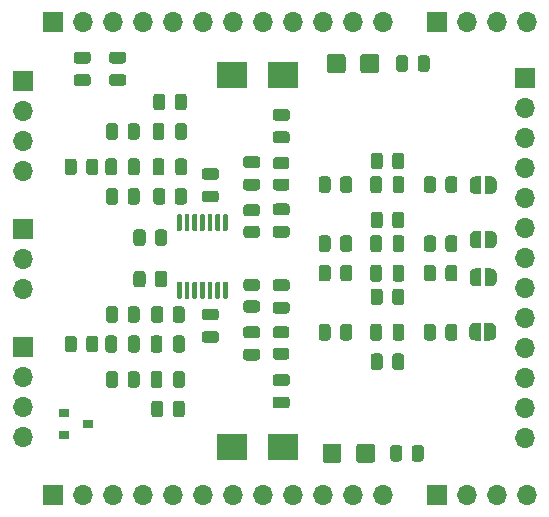
<source format=gbr>
%TF.GenerationSoftware,KiCad,Pcbnew,(5.1.9)-1*%
%TF.CreationDate,2021-10-14T16:08:06-04:00*%
%TF.ProjectId,ModularPreamp-ParallelInputs,4d6f6475-6c61-4725-9072-65616d702d50,rev?*%
%TF.SameCoordinates,Original*%
%TF.FileFunction,Soldermask,Top*%
%TF.FilePolarity,Negative*%
%FSLAX46Y46*%
G04 Gerber Fmt 4.6, Leading zero omitted, Abs format (unit mm)*
G04 Created by KiCad (PCBNEW (5.1.9)-1) date 2021-10-14 16:08:06*
%MOMM*%
%LPD*%
G01*
G04 APERTURE LIST*
%ADD10R,2.500000X2.300000*%
%ADD11O,1.700000X1.700000*%
%ADD12R,1.700000X1.700000*%
%ADD13R,0.900000X0.800000*%
%ADD14C,0.100000*%
G04 APERTURE END LIST*
%TO.C,R2*%
G36*
G01*
X135400000Y-111950002D02*
X135400000Y-111049998D01*
G75*
G02*
X135649998Y-110800000I249998J0D01*
G01*
X136175002Y-110800000D01*
G75*
G02*
X136425000Y-111049998I0J-249998D01*
G01*
X136425000Y-111950002D01*
G75*
G02*
X136175002Y-112200000I-249998J0D01*
G01*
X135649998Y-112200000D01*
G75*
G02*
X135400000Y-111950002I0J249998D01*
G01*
G37*
G36*
G01*
X133575000Y-111950002D02*
X133575000Y-111049998D01*
G75*
G02*
X133824998Y-110800000I249998J0D01*
G01*
X134350002Y-110800000D01*
G75*
G02*
X134600000Y-111049998I0J-249998D01*
G01*
X134600000Y-111950002D01*
G75*
G02*
X134350002Y-112200000I-249998J0D01*
G01*
X133824998Y-112200000D01*
G75*
G02*
X133575000Y-111950002I0J249998D01*
G01*
G37*
%TD*%
%TO.C,R1*%
G36*
G01*
X135900000Y-78950002D02*
X135900000Y-78049998D01*
G75*
G02*
X136149998Y-77800000I249998J0D01*
G01*
X136675002Y-77800000D01*
G75*
G02*
X136925000Y-78049998I0J-249998D01*
G01*
X136925000Y-78950002D01*
G75*
G02*
X136675002Y-79200000I-249998J0D01*
G01*
X136149998Y-79200000D01*
G75*
G02*
X135900000Y-78950002I0J249998D01*
G01*
G37*
G36*
G01*
X134075000Y-78950002D02*
X134075000Y-78049998D01*
G75*
G02*
X134324998Y-77800000I249998J0D01*
G01*
X134850002Y-77800000D01*
G75*
G02*
X135100000Y-78049998I0J-249998D01*
G01*
X135100000Y-78950002D01*
G75*
G02*
X134850002Y-79200000I-249998J0D01*
G01*
X134324998Y-79200000D01*
G75*
G02*
X134075000Y-78950002I0J249998D01*
G01*
G37*
%TD*%
%TO.C,D4*%
G36*
G01*
X130700000Y-112075000D02*
X130700000Y-110925000D01*
G75*
G02*
X130950000Y-110675000I250000J0D01*
G01*
X132050000Y-110675000D01*
G75*
G02*
X132300000Y-110925000I0J-250000D01*
G01*
X132300000Y-112075000D01*
G75*
G02*
X132050000Y-112325000I-250000J0D01*
G01*
X130950000Y-112325000D01*
G75*
G02*
X130700000Y-112075000I0J250000D01*
G01*
G37*
G36*
G01*
X127850000Y-112075000D02*
X127850000Y-110925000D01*
G75*
G02*
X128100000Y-110675000I250000J0D01*
G01*
X129200000Y-110675000D01*
G75*
G02*
X129450000Y-110925000I0J-250000D01*
G01*
X129450000Y-112075000D01*
G75*
G02*
X129200000Y-112325000I-250000J0D01*
G01*
X128100000Y-112325000D01*
G75*
G02*
X127850000Y-112075000I0J250000D01*
G01*
G37*
%TD*%
%TO.C,D3*%
G36*
G01*
X129800000Y-77925000D02*
X129800000Y-79075000D01*
G75*
G02*
X129550000Y-79325000I-250000J0D01*
G01*
X128450000Y-79325000D01*
G75*
G02*
X128200000Y-79075000I0J250000D01*
G01*
X128200000Y-77925000D01*
G75*
G02*
X128450000Y-77675000I250000J0D01*
G01*
X129550000Y-77675000D01*
G75*
G02*
X129800000Y-77925000I0J-250000D01*
G01*
G37*
G36*
G01*
X132650000Y-77925000D02*
X132650000Y-79075000D01*
G75*
G02*
X132400000Y-79325000I-250000J0D01*
G01*
X131300000Y-79325000D01*
G75*
G02*
X131050000Y-79075000I0J250000D01*
G01*
X131050000Y-77925000D01*
G75*
G02*
X131300000Y-77675000I250000J0D01*
G01*
X132400000Y-77675000D01*
G75*
G02*
X132650000Y-77925000I0J-250000D01*
G01*
G37*
%TD*%
D10*
%TO.C,D2*%
X124500000Y-111000000D03*
X120200000Y-111000000D03*
%TD*%
%TO.C,D1*%
X124500000Y-79500000D03*
X120200000Y-79500000D03*
%TD*%
%TO.C,C23*%
G36*
G01*
X110975000Y-78500000D02*
X110025000Y-78500000D01*
G75*
G02*
X109775000Y-78250000I0J250000D01*
G01*
X109775000Y-77750000D01*
G75*
G02*
X110025000Y-77500000I250000J0D01*
G01*
X110975000Y-77500000D01*
G75*
G02*
X111225000Y-77750000I0J-250000D01*
G01*
X111225000Y-78250000D01*
G75*
G02*
X110975000Y-78500000I-250000J0D01*
G01*
G37*
G36*
G01*
X110975000Y-80400000D02*
X110025000Y-80400000D01*
G75*
G02*
X109775000Y-80150000I0J250000D01*
G01*
X109775000Y-79650000D01*
G75*
G02*
X110025000Y-79400000I250000J0D01*
G01*
X110975000Y-79400000D01*
G75*
G02*
X111225000Y-79650000I0J-250000D01*
G01*
X111225000Y-80150000D01*
G75*
G02*
X110975000Y-80400000I-250000J0D01*
G01*
G37*
%TD*%
%TO.C,C22*%
G36*
G01*
X107975000Y-78500000D02*
X107025000Y-78500000D01*
G75*
G02*
X106775000Y-78250000I0J250000D01*
G01*
X106775000Y-77750000D01*
G75*
G02*
X107025000Y-77500000I250000J0D01*
G01*
X107975000Y-77500000D01*
G75*
G02*
X108225000Y-77750000I0J-250000D01*
G01*
X108225000Y-78250000D01*
G75*
G02*
X107975000Y-78500000I-250000J0D01*
G01*
G37*
G36*
G01*
X107975000Y-80400000D02*
X107025000Y-80400000D01*
G75*
G02*
X106775000Y-80150000I0J250000D01*
G01*
X106775000Y-79650000D01*
G75*
G02*
X107025000Y-79400000I250000J0D01*
G01*
X107975000Y-79400000D01*
G75*
G02*
X108225000Y-79650000I0J-250000D01*
G01*
X108225000Y-80150000D01*
G75*
G02*
X107975000Y-80400000I-250000J0D01*
G01*
G37*
%TD*%
D11*
%TO.C,J5*%
X102500000Y-97580000D03*
X102500000Y-95040000D03*
D12*
X102500000Y-92500000D03*
%TD*%
D13*
%TO.C,D11*%
X108000000Y-109000000D03*
X106000000Y-109950000D03*
X106000000Y-108050000D03*
%TD*%
D14*
%TO.C,JP7*%
G36*
X142100000Y-92650602D02*
G01*
X142124534Y-92650602D01*
X142173365Y-92655412D01*
X142221490Y-92664984D01*
X142268445Y-92679228D01*
X142313778Y-92698005D01*
X142357051Y-92721136D01*
X142397850Y-92748396D01*
X142435779Y-92779524D01*
X142470476Y-92814221D01*
X142501604Y-92852150D01*
X142528864Y-92892949D01*
X142551995Y-92936222D01*
X142570772Y-92981555D01*
X142585016Y-93028510D01*
X142594588Y-93076635D01*
X142599398Y-93125466D01*
X142599398Y-93150000D01*
X142600000Y-93150000D01*
X142600000Y-93650000D01*
X142599398Y-93650000D01*
X142599398Y-93674534D01*
X142594588Y-93723365D01*
X142585016Y-93771490D01*
X142570772Y-93818445D01*
X142551995Y-93863778D01*
X142528864Y-93907051D01*
X142501604Y-93947850D01*
X142470476Y-93985779D01*
X142435779Y-94020476D01*
X142397850Y-94051604D01*
X142357051Y-94078864D01*
X142313778Y-94101995D01*
X142268445Y-94120772D01*
X142221490Y-94135016D01*
X142173365Y-94144588D01*
X142124534Y-94149398D01*
X142100000Y-94149398D01*
X142100000Y-94150000D01*
X141600000Y-94150000D01*
X141600000Y-92650000D01*
X142100000Y-92650000D01*
X142100000Y-92650602D01*
G37*
G36*
X141300000Y-94150000D02*
G01*
X140800000Y-94150000D01*
X140800000Y-94149398D01*
X140775466Y-94149398D01*
X140726635Y-94144588D01*
X140678510Y-94135016D01*
X140631555Y-94120772D01*
X140586222Y-94101995D01*
X140542949Y-94078864D01*
X140502150Y-94051604D01*
X140464221Y-94020476D01*
X140429524Y-93985779D01*
X140398396Y-93947850D01*
X140371136Y-93907051D01*
X140348005Y-93863778D01*
X140329228Y-93818445D01*
X140314984Y-93771490D01*
X140305412Y-93723365D01*
X140300602Y-93674534D01*
X140300602Y-93650000D01*
X140300000Y-93650000D01*
X140300000Y-93150000D01*
X140300602Y-93150000D01*
X140300602Y-93125466D01*
X140305412Y-93076635D01*
X140314984Y-93028510D01*
X140329228Y-92981555D01*
X140348005Y-92936222D01*
X140371136Y-92892949D01*
X140398396Y-92852150D01*
X140429524Y-92814221D01*
X140464221Y-92779524D01*
X140502150Y-92748396D01*
X140542949Y-92721136D01*
X140586222Y-92698005D01*
X140631555Y-92679228D01*
X140678510Y-92664984D01*
X140726635Y-92655412D01*
X140775466Y-92650602D01*
X140800000Y-92650602D01*
X140800000Y-92650000D01*
X141300000Y-92650000D01*
X141300000Y-94150000D01*
G37*
%TD*%
%TO.C,JP5*%
G36*
X142050000Y-100450602D02*
G01*
X142074534Y-100450602D01*
X142123365Y-100455412D01*
X142171490Y-100464984D01*
X142218445Y-100479228D01*
X142263778Y-100498005D01*
X142307051Y-100521136D01*
X142347850Y-100548396D01*
X142385779Y-100579524D01*
X142420476Y-100614221D01*
X142451604Y-100652150D01*
X142478864Y-100692949D01*
X142501995Y-100736222D01*
X142520772Y-100781555D01*
X142535016Y-100828510D01*
X142544588Y-100876635D01*
X142549398Y-100925466D01*
X142549398Y-100950000D01*
X142550000Y-100950000D01*
X142550000Y-101450000D01*
X142549398Y-101450000D01*
X142549398Y-101474534D01*
X142544588Y-101523365D01*
X142535016Y-101571490D01*
X142520772Y-101618445D01*
X142501995Y-101663778D01*
X142478864Y-101707051D01*
X142451604Y-101747850D01*
X142420476Y-101785779D01*
X142385779Y-101820476D01*
X142347850Y-101851604D01*
X142307051Y-101878864D01*
X142263778Y-101901995D01*
X142218445Y-101920772D01*
X142171490Y-101935016D01*
X142123365Y-101944588D01*
X142074534Y-101949398D01*
X142050000Y-101949398D01*
X142050000Y-101950000D01*
X141550000Y-101950000D01*
X141550000Y-100450000D01*
X142050000Y-100450000D01*
X142050000Y-100450602D01*
G37*
G36*
X141250000Y-101950000D02*
G01*
X140750000Y-101950000D01*
X140750000Y-101949398D01*
X140725466Y-101949398D01*
X140676635Y-101944588D01*
X140628510Y-101935016D01*
X140581555Y-101920772D01*
X140536222Y-101901995D01*
X140492949Y-101878864D01*
X140452150Y-101851604D01*
X140414221Y-101820476D01*
X140379524Y-101785779D01*
X140348396Y-101747850D01*
X140321136Y-101707051D01*
X140298005Y-101663778D01*
X140279228Y-101618445D01*
X140264984Y-101571490D01*
X140255412Y-101523365D01*
X140250602Y-101474534D01*
X140250602Y-101450000D01*
X140250000Y-101450000D01*
X140250000Y-100950000D01*
X140250602Y-100950000D01*
X140250602Y-100925466D01*
X140255412Y-100876635D01*
X140264984Y-100828510D01*
X140279228Y-100781555D01*
X140298005Y-100736222D01*
X140321136Y-100692949D01*
X140348396Y-100652150D01*
X140379524Y-100614221D01*
X140414221Y-100579524D01*
X140452150Y-100548396D01*
X140492949Y-100521136D01*
X140536222Y-100498005D01*
X140581555Y-100479228D01*
X140628510Y-100464984D01*
X140676635Y-100455412D01*
X140725466Y-100450602D01*
X140750000Y-100450602D01*
X140750000Y-100450000D01*
X141250000Y-100450000D01*
X141250000Y-101950000D01*
G37*
%TD*%
%TO.C,JP4*%
G36*
X142100000Y-95850602D02*
G01*
X142124534Y-95850602D01*
X142173365Y-95855412D01*
X142221490Y-95864984D01*
X142268445Y-95879228D01*
X142313778Y-95898005D01*
X142357051Y-95921136D01*
X142397850Y-95948396D01*
X142435779Y-95979524D01*
X142470476Y-96014221D01*
X142501604Y-96052150D01*
X142528864Y-96092949D01*
X142551995Y-96136222D01*
X142570772Y-96181555D01*
X142585016Y-96228510D01*
X142594588Y-96276635D01*
X142599398Y-96325466D01*
X142599398Y-96350000D01*
X142600000Y-96350000D01*
X142600000Y-96850000D01*
X142599398Y-96850000D01*
X142599398Y-96874534D01*
X142594588Y-96923365D01*
X142585016Y-96971490D01*
X142570772Y-97018445D01*
X142551995Y-97063778D01*
X142528864Y-97107051D01*
X142501604Y-97147850D01*
X142470476Y-97185779D01*
X142435779Y-97220476D01*
X142397850Y-97251604D01*
X142357051Y-97278864D01*
X142313778Y-97301995D01*
X142268445Y-97320772D01*
X142221490Y-97335016D01*
X142173365Y-97344588D01*
X142124534Y-97349398D01*
X142100000Y-97349398D01*
X142100000Y-97350000D01*
X141600000Y-97350000D01*
X141600000Y-95850000D01*
X142100000Y-95850000D01*
X142100000Y-95850602D01*
G37*
G36*
X141300000Y-97350000D02*
G01*
X140800000Y-97350000D01*
X140800000Y-97349398D01*
X140775466Y-97349398D01*
X140726635Y-97344588D01*
X140678510Y-97335016D01*
X140631555Y-97320772D01*
X140586222Y-97301995D01*
X140542949Y-97278864D01*
X140502150Y-97251604D01*
X140464221Y-97220476D01*
X140429524Y-97185779D01*
X140398396Y-97147850D01*
X140371136Y-97107051D01*
X140348005Y-97063778D01*
X140329228Y-97018445D01*
X140314984Y-96971490D01*
X140305412Y-96923365D01*
X140300602Y-96874534D01*
X140300602Y-96850000D01*
X140300000Y-96850000D01*
X140300000Y-96350000D01*
X140300602Y-96350000D01*
X140300602Y-96325466D01*
X140305412Y-96276635D01*
X140314984Y-96228510D01*
X140329228Y-96181555D01*
X140348005Y-96136222D01*
X140371136Y-96092949D01*
X140398396Y-96052150D01*
X140429524Y-96014221D01*
X140464221Y-95979524D01*
X140502150Y-95948396D01*
X140542949Y-95921136D01*
X140586222Y-95898005D01*
X140631555Y-95879228D01*
X140678510Y-95864984D01*
X140726635Y-95855412D01*
X140775466Y-95850602D01*
X140800000Y-95850602D01*
X140800000Y-95850000D01*
X141300000Y-95850000D01*
X141300000Y-97350000D01*
G37*
%TD*%
%TO.C,JP3*%
G36*
X142100000Y-88050602D02*
G01*
X142124534Y-88050602D01*
X142173365Y-88055412D01*
X142221490Y-88064984D01*
X142268445Y-88079228D01*
X142313778Y-88098005D01*
X142357051Y-88121136D01*
X142397850Y-88148396D01*
X142435779Y-88179524D01*
X142470476Y-88214221D01*
X142501604Y-88252150D01*
X142528864Y-88292949D01*
X142551995Y-88336222D01*
X142570772Y-88381555D01*
X142585016Y-88428510D01*
X142594588Y-88476635D01*
X142599398Y-88525466D01*
X142599398Y-88550000D01*
X142600000Y-88550000D01*
X142600000Y-89050000D01*
X142599398Y-89050000D01*
X142599398Y-89074534D01*
X142594588Y-89123365D01*
X142585016Y-89171490D01*
X142570772Y-89218445D01*
X142551995Y-89263778D01*
X142528864Y-89307051D01*
X142501604Y-89347850D01*
X142470476Y-89385779D01*
X142435779Y-89420476D01*
X142397850Y-89451604D01*
X142357051Y-89478864D01*
X142313778Y-89501995D01*
X142268445Y-89520772D01*
X142221490Y-89535016D01*
X142173365Y-89544588D01*
X142124534Y-89549398D01*
X142100000Y-89549398D01*
X142100000Y-89550000D01*
X141600000Y-89550000D01*
X141600000Y-88050000D01*
X142100000Y-88050000D01*
X142100000Y-88050602D01*
G37*
G36*
X141300000Y-89550000D02*
G01*
X140800000Y-89550000D01*
X140800000Y-89549398D01*
X140775466Y-89549398D01*
X140726635Y-89544588D01*
X140678510Y-89535016D01*
X140631555Y-89520772D01*
X140586222Y-89501995D01*
X140542949Y-89478864D01*
X140502150Y-89451604D01*
X140464221Y-89420476D01*
X140429524Y-89385779D01*
X140398396Y-89347850D01*
X140371136Y-89307051D01*
X140348005Y-89263778D01*
X140329228Y-89218445D01*
X140314984Y-89171490D01*
X140305412Y-89123365D01*
X140300602Y-89074534D01*
X140300602Y-89050000D01*
X140300000Y-89050000D01*
X140300000Y-88550000D01*
X140300602Y-88550000D01*
X140300602Y-88525466D01*
X140305412Y-88476635D01*
X140314984Y-88428510D01*
X140329228Y-88381555D01*
X140348005Y-88336222D01*
X140371136Y-88292949D01*
X140398396Y-88252150D01*
X140429524Y-88214221D01*
X140464221Y-88179524D01*
X140502150Y-88148396D01*
X140542949Y-88121136D01*
X140586222Y-88098005D01*
X140631555Y-88079228D01*
X140678510Y-88064984D01*
X140726635Y-88055412D01*
X140775466Y-88050602D01*
X140800000Y-88050602D01*
X140800000Y-88050000D01*
X141300000Y-88050000D01*
X141300000Y-89550000D01*
G37*
%TD*%
D11*
%TO.C,J13*%
X102500000Y-87620000D03*
X102500000Y-85080000D03*
X102500000Y-82540000D03*
D12*
X102500000Y-80000000D03*
%TD*%
D11*
%TO.C,J12*%
X102500000Y-110120000D03*
X102500000Y-107580000D03*
X102500000Y-105040000D03*
D12*
X102500000Y-102500000D03*
%TD*%
D11*
%TO.C,J7*%
X145000000Y-110240000D03*
X145000000Y-107700000D03*
X145000000Y-105160000D03*
X145000000Y-102620000D03*
X145000000Y-100080000D03*
X145000000Y-97540000D03*
X145000000Y-95000000D03*
X145000000Y-92460000D03*
X145000000Y-89920000D03*
X145000000Y-87380000D03*
X145000000Y-84840000D03*
X145000000Y-82300000D03*
D12*
X145000000Y-79760000D03*
%TD*%
D11*
%TO.C,J11*%
X145120000Y-75000000D03*
X142580000Y-75000000D03*
X140040000Y-75000000D03*
D12*
X137500000Y-75000000D03*
%TD*%
D11*
%TO.C,J10*%
X145120000Y-115000000D03*
X142580000Y-115000000D03*
X140040000Y-115000000D03*
D12*
X137500000Y-115000000D03*
%TD*%
D11*
%TO.C,J8*%
X132940000Y-115000000D03*
X130400000Y-115000000D03*
X127860000Y-115000000D03*
X125320000Y-115000000D03*
X122780000Y-115000000D03*
X120240000Y-115000000D03*
X117700000Y-115000000D03*
X115160000Y-115000000D03*
X112620000Y-115000000D03*
X110080000Y-115000000D03*
X107540000Y-115000000D03*
D12*
X105000000Y-115000000D03*
%TD*%
D11*
%TO.C,J6*%
X132940000Y-75000000D03*
X130400000Y-75000000D03*
X127860000Y-75000000D03*
X125320000Y-75000000D03*
X122780000Y-75000000D03*
X120240000Y-75000000D03*
X117700000Y-75000000D03*
X115160000Y-75000000D03*
X112620000Y-75000000D03*
X110080000Y-75000000D03*
X107540000Y-75000000D03*
D12*
X105000000Y-75000000D03*
%TD*%
%TO.C,C8*%
G36*
G01*
X114292500Y-101775000D02*
X114292500Y-102725000D01*
G75*
G02*
X114042500Y-102975000I-250000J0D01*
G01*
X113542500Y-102975000D01*
G75*
G02*
X113292500Y-102725000I0J250000D01*
G01*
X113292500Y-101775000D01*
G75*
G02*
X113542500Y-101525000I250000J0D01*
G01*
X114042500Y-101525000D01*
G75*
G02*
X114292500Y-101775000I0J-250000D01*
G01*
G37*
G36*
G01*
X116192500Y-101775000D02*
X116192500Y-102725000D01*
G75*
G02*
X115942500Y-102975000I-250000J0D01*
G01*
X115442500Y-102975000D01*
G75*
G02*
X115192500Y-102725000I0J250000D01*
G01*
X115192500Y-101775000D01*
G75*
G02*
X115442500Y-101525000I250000J0D01*
G01*
X115942500Y-101525000D01*
G75*
G02*
X116192500Y-101775000I0J-250000D01*
G01*
G37*
%TD*%
%TO.C,C4*%
G36*
G01*
X123875000Y-92250000D02*
X124825000Y-92250000D01*
G75*
G02*
X125075000Y-92500000I0J-250000D01*
G01*
X125075000Y-93000000D01*
G75*
G02*
X124825000Y-93250000I-250000J0D01*
G01*
X123875000Y-93250000D01*
G75*
G02*
X123625000Y-93000000I0J250000D01*
G01*
X123625000Y-92500000D01*
G75*
G02*
X123875000Y-92250000I250000J0D01*
G01*
G37*
G36*
G01*
X123875000Y-90350000D02*
X124825000Y-90350000D01*
G75*
G02*
X125075000Y-90600000I0J-250000D01*
G01*
X125075000Y-91100000D01*
G75*
G02*
X124825000Y-91350000I-250000J0D01*
G01*
X123875000Y-91350000D01*
G75*
G02*
X123625000Y-91100000I0J250000D01*
G01*
X123625000Y-90600000D01*
G75*
G02*
X123875000Y-90350000I250000J0D01*
G01*
G37*
%TD*%
%TO.C,C20*%
G36*
G01*
X132875000Y-88275000D02*
X132875000Y-89225000D01*
G75*
G02*
X132625000Y-89475000I-250000J0D01*
G01*
X132125000Y-89475000D01*
G75*
G02*
X131875000Y-89225000I0J250000D01*
G01*
X131875000Y-88275000D01*
G75*
G02*
X132125000Y-88025000I250000J0D01*
G01*
X132625000Y-88025000D01*
G75*
G02*
X132875000Y-88275000I0J-250000D01*
G01*
G37*
G36*
G01*
X134775000Y-88275000D02*
X134775000Y-89225000D01*
G75*
G02*
X134525000Y-89475000I-250000J0D01*
G01*
X134025000Y-89475000D01*
G75*
G02*
X133775000Y-89225000I0J250000D01*
G01*
X133775000Y-88275000D01*
G75*
G02*
X134025000Y-88025000I250000J0D01*
G01*
X134525000Y-88025000D01*
G75*
G02*
X134775000Y-88275000I0J-250000D01*
G01*
G37*
%TD*%
%TO.C,C19*%
G36*
G01*
X132875000Y-100775000D02*
X132875000Y-101725000D01*
G75*
G02*
X132625000Y-101975000I-250000J0D01*
G01*
X132125000Y-101975000D01*
G75*
G02*
X131875000Y-101725000I0J250000D01*
G01*
X131875000Y-100775000D01*
G75*
G02*
X132125000Y-100525000I250000J0D01*
G01*
X132625000Y-100525000D01*
G75*
G02*
X132875000Y-100775000I0J-250000D01*
G01*
G37*
G36*
G01*
X134775000Y-100775000D02*
X134775000Y-101725000D01*
G75*
G02*
X134525000Y-101975000I-250000J0D01*
G01*
X134025000Y-101975000D01*
G75*
G02*
X133775000Y-101725000I0J250000D01*
G01*
X133775000Y-100775000D01*
G75*
G02*
X134025000Y-100525000I250000J0D01*
G01*
X134525000Y-100525000D01*
G75*
G02*
X134775000Y-100775000I0J-250000D01*
G01*
G37*
%TD*%
%TO.C,C18*%
G36*
G01*
X132875000Y-95775000D02*
X132875000Y-96725000D01*
G75*
G02*
X132625000Y-96975000I-250000J0D01*
G01*
X132125000Y-96975000D01*
G75*
G02*
X131875000Y-96725000I0J250000D01*
G01*
X131875000Y-95775000D01*
G75*
G02*
X132125000Y-95525000I250000J0D01*
G01*
X132625000Y-95525000D01*
G75*
G02*
X132875000Y-95775000I0J-250000D01*
G01*
G37*
G36*
G01*
X134775000Y-95775000D02*
X134775000Y-96725000D01*
G75*
G02*
X134525000Y-96975000I-250000J0D01*
G01*
X134025000Y-96975000D01*
G75*
G02*
X133775000Y-96725000I0J250000D01*
G01*
X133775000Y-95775000D01*
G75*
G02*
X134025000Y-95525000I250000J0D01*
G01*
X134525000Y-95525000D01*
G75*
G02*
X134775000Y-95775000I0J-250000D01*
G01*
G37*
%TD*%
%TO.C,C17*%
G36*
G01*
X132875000Y-93275000D02*
X132875000Y-94225000D01*
G75*
G02*
X132625000Y-94475000I-250000J0D01*
G01*
X132125000Y-94475000D01*
G75*
G02*
X131875000Y-94225000I0J250000D01*
G01*
X131875000Y-93275000D01*
G75*
G02*
X132125000Y-93025000I250000J0D01*
G01*
X132625000Y-93025000D01*
G75*
G02*
X132875000Y-93275000I0J-250000D01*
G01*
G37*
G36*
G01*
X134775000Y-93275000D02*
X134775000Y-94225000D01*
G75*
G02*
X134525000Y-94475000I-250000J0D01*
G01*
X134025000Y-94475000D01*
G75*
G02*
X133775000Y-94225000I0J250000D01*
G01*
X133775000Y-93275000D01*
G75*
G02*
X134025000Y-93025000I250000J0D01*
G01*
X134525000Y-93025000D01*
G75*
G02*
X134775000Y-93275000I0J-250000D01*
G01*
G37*
%TD*%
%TO.C,C16*%
G36*
G01*
X118825000Y-100250000D02*
X117875000Y-100250000D01*
G75*
G02*
X117625000Y-100000000I0J250000D01*
G01*
X117625000Y-99500000D01*
G75*
G02*
X117875000Y-99250000I250000J0D01*
G01*
X118825000Y-99250000D01*
G75*
G02*
X119075000Y-99500000I0J-250000D01*
G01*
X119075000Y-100000000D01*
G75*
G02*
X118825000Y-100250000I-250000J0D01*
G01*
G37*
G36*
G01*
X118825000Y-102150000D02*
X117875000Y-102150000D01*
G75*
G02*
X117625000Y-101900000I0J250000D01*
G01*
X117625000Y-101400000D01*
G75*
G02*
X117875000Y-101150000I250000J0D01*
G01*
X118825000Y-101150000D01*
G75*
G02*
X119075000Y-101400000I0J-250000D01*
G01*
X119075000Y-101900000D01*
G75*
G02*
X118825000Y-102150000I-250000J0D01*
G01*
G37*
%TD*%
%TO.C,C15*%
G36*
G01*
X117875000Y-89250000D02*
X118825000Y-89250000D01*
G75*
G02*
X119075000Y-89500000I0J-250000D01*
G01*
X119075000Y-90000000D01*
G75*
G02*
X118825000Y-90250000I-250000J0D01*
G01*
X117875000Y-90250000D01*
G75*
G02*
X117625000Y-90000000I0J250000D01*
G01*
X117625000Y-89500000D01*
G75*
G02*
X117875000Y-89250000I250000J0D01*
G01*
G37*
G36*
G01*
X117875000Y-87350000D02*
X118825000Y-87350000D01*
G75*
G02*
X119075000Y-87600000I0J-250000D01*
G01*
X119075000Y-88100000D01*
G75*
G02*
X118825000Y-88350000I-250000J0D01*
G01*
X117875000Y-88350000D01*
G75*
G02*
X117625000Y-88100000I0J250000D01*
G01*
X117625000Y-87600000D01*
G75*
G02*
X117875000Y-87350000I250000J0D01*
G01*
G37*
%TD*%
%TO.C,C14*%
G36*
G01*
X122325000Y-101750000D02*
X121375000Y-101750000D01*
G75*
G02*
X121125000Y-101500000I0J250000D01*
G01*
X121125000Y-101000000D01*
G75*
G02*
X121375000Y-100750000I250000J0D01*
G01*
X122325000Y-100750000D01*
G75*
G02*
X122575000Y-101000000I0J-250000D01*
G01*
X122575000Y-101500000D01*
G75*
G02*
X122325000Y-101750000I-250000J0D01*
G01*
G37*
G36*
G01*
X122325000Y-103650000D02*
X121375000Y-103650000D01*
G75*
G02*
X121125000Y-103400000I0J250000D01*
G01*
X121125000Y-102900000D01*
G75*
G02*
X121375000Y-102650000I250000J0D01*
G01*
X122325000Y-102650000D01*
G75*
G02*
X122575000Y-102900000I0J-250000D01*
G01*
X122575000Y-103400000D01*
G75*
G02*
X122325000Y-103650000I-250000J0D01*
G01*
G37*
%TD*%
%TO.C,C13*%
G36*
G01*
X121375000Y-88250000D02*
X122325000Y-88250000D01*
G75*
G02*
X122575000Y-88500000I0J-250000D01*
G01*
X122575000Y-89000000D01*
G75*
G02*
X122325000Y-89250000I-250000J0D01*
G01*
X121375000Y-89250000D01*
G75*
G02*
X121125000Y-89000000I0J250000D01*
G01*
X121125000Y-88500000D01*
G75*
G02*
X121375000Y-88250000I250000J0D01*
G01*
G37*
G36*
G01*
X121375000Y-86350000D02*
X122325000Y-86350000D01*
G75*
G02*
X122575000Y-86600000I0J-250000D01*
G01*
X122575000Y-87100000D01*
G75*
G02*
X122325000Y-87350000I-250000J0D01*
G01*
X121375000Y-87350000D01*
G75*
G02*
X121125000Y-87100000I0J250000D01*
G01*
X121125000Y-86600000D01*
G75*
G02*
X121375000Y-86350000I250000J0D01*
G01*
G37*
%TD*%
%TO.C,C12*%
G36*
G01*
X124825000Y-105800000D02*
X123875000Y-105800000D01*
G75*
G02*
X123625000Y-105550000I0J250000D01*
G01*
X123625000Y-105050000D01*
G75*
G02*
X123875000Y-104800000I250000J0D01*
G01*
X124825000Y-104800000D01*
G75*
G02*
X125075000Y-105050000I0J-250000D01*
G01*
X125075000Y-105550000D01*
G75*
G02*
X124825000Y-105800000I-250000J0D01*
G01*
G37*
G36*
G01*
X124825000Y-107700000D02*
X123875000Y-107700000D01*
G75*
G02*
X123625000Y-107450000I0J250000D01*
G01*
X123625000Y-106950000D01*
G75*
G02*
X123875000Y-106700000I250000J0D01*
G01*
X124825000Y-106700000D01*
G75*
G02*
X125075000Y-106950000I0J-250000D01*
G01*
X125075000Y-107450000D01*
G75*
G02*
X124825000Y-107700000I-250000J0D01*
G01*
G37*
%TD*%
%TO.C,C11*%
G36*
G01*
X123875000Y-84250000D02*
X124825000Y-84250000D01*
G75*
G02*
X125075000Y-84500000I0J-250000D01*
G01*
X125075000Y-85000000D01*
G75*
G02*
X124825000Y-85250000I-250000J0D01*
G01*
X123875000Y-85250000D01*
G75*
G02*
X123625000Y-85000000I0J250000D01*
G01*
X123625000Y-84500000D01*
G75*
G02*
X123875000Y-84250000I250000J0D01*
G01*
G37*
G36*
G01*
X123875000Y-82350000D02*
X124825000Y-82350000D01*
G75*
G02*
X125075000Y-82600000I0J-250000D01*
G01*
X125075000Y-83100000D01*
G75*
G02*
X124825000Y-83350000I-250000J0D01*
G01*
X123875000Y-83350000D01*
G75*
G02*
X123625000Y-83100000I0J250000D01*
G01*
X123625000Y-82600000D01*
G75*
G02*
X123875000Y-82350000I250000J0D01*
G01*
G37*
%TD*%
%TO.C,C10*%
G36*
G01*
X114467500Y-86775000D02*
X114467500Y-87725000D01*
G75*
G02*
X114217500Y-87975000I-250000J0D01*
G01*
X113717500Y-87975000D01*
G75*
G02*
X113467500Y-87725000I0J250000D01*
G01*
X113467500Y-86775000D01*
G75*
G02*
X113717500Y-86525000I250000J0D01*
G01*
X114217500Y-86525000D01*
G75*
G02*
X114467500Y-86775000I0J-250000D01*
G01*
G37*
G36*
G01*
X116367500Y-86775000D02*
X116367500Y-87725000D01*
G75*
G02*
X116117500Y-87975000I-250000J0D01*
G01*
X115617500Y-87975000D01*
G75*
G02*
X115367500Y-87725000I0J250000D01*
G01*
X115367500Y-86775000D01*
G75*
G02*
X115617500Y-86525000I250000J0D01*
G01*
X116117500Y-86525000D01*
G75*
G02*
X116367500Y-86775000I0J-250000D01*
G01*
G37*
%TD*%
%TO.C,C9*%
G36*
G01*
X110467500Y-86775000D02*
X110467500Y-87725000D01*
G75*
G02*
X110217500Y-87975000I-250000J0D01*
G01*
X109717500Y-87975000D01*
G75*
G02*
X109467500Y-87725000I0J250000D01*
G01*
X109467500Y-86775000D01*
G75*
G02*
X109717500Y-86525000I250000J0D01*
G01*
X110217500Y-86525000D01*
G75*
G02*
X110467500Y-86775000I0J-250000D01*
G01*
G37*
G36*
G01*
X112367500Y-86775000D02*
X112367500Y-87725000D01*
G75*
G02*
X112117500Y-87975000I-250000J0D01*
G01*
X111617500Y-87975000D01*
G75*
G02*
X111367500Y-87725000I0J250000D01*
G01*
X111367500Y-86775000D01*
G75*
G02*
X111617500Y-86525000I250000J0D01*
G01*
X112117500Y-86525000D01*
G75*
G02*
X112367500Y-86775000I0J-250000D01*
G01*
G37*
%TD*%
%TO.C,C7*%
G36*
G01*
X110467500Y-101775000D02*
X110467500Y-102725000D01*
G75*
G02*
X110217500Y-102975000I-250000J0D01*
G01*
X109717500Y-102975000D01*
G75*
G02*
X109467500Y-102725000I0J250000D01*
G01*
X109467500Y-101775000D01*
G75*
G02*
X109717500Y-101525000I250000J0D01*
G01*
X110217500Y-101525000D01*
G75*
G02*
X110467500Y-101775000I0J-250000D01*
G01*
G37*
G36*
G01*
X112367500Y-101775000D02*
X112367500Y-102725000D01*
G75*
G02*
X112117500Y-102975000I-250000J0D01*
G01*
X111617500Y-102975000D01*
G75*
G02*
X111367500Y-102725000I0J250000D01*
G01*
X111367500Y-101775000D01*
G75*
G02*
X111617500Y-101525000I250000J0D01*
G01*
X112117500Y-101525000D01*
G75*
G02*
X112367500Y-101775000I0J-250000D01*
G01*
G37*
%TD*%
%TO.C,C6*%
G36*
G01*
X124825000Y-97775000D02*
X123875000Y-97775000D01*
G75*
G02*
X123625000Y-97525000I0J250000D01*
G01*
X123625000Y-97025000D01*
G75*
G02*
X123875000Y-96775000I250000J0D01*
G01*
X124825000Y-96775000D01*
G75*
G02*
X125075000Y-97025000I0J-250000D01*
G01*
X125075000Y-97525000D01*
G75*
G02*
X124825000Y-97775000I-250000J0D01*
G01*
G37*
G36*
G01*
X124825000Y-99675000D02*
X123875000Y-99675000D01*
G75*
G02*
X123625000Y-99425000I0J250000D01*
G01*
X123625000Y-98925000D01*
G75*
G02*
X123875000Y-98675000I250000J0D01*
G01*
X124825000Y-98675000D01*
G75*
G02*
X125075000Y-98925000I0J-250000D01*
G01*
X125075000Y-99425000D01*
G75*
G02*
X124825000Y-99675000I-250000J0D01*
G01*
G37*
%TD*%
%TO.C,C5*%
G36*
G01*
X114292500Y-104775000D02*
X114292500Y-105725000D01*
G75*
G02*
X114042500Y-105975000I-250000J0D01*
G01*
X113542500Y-105975000D01*
G75*
G02*
X113292500Y-105725000I0J250000D01*
G01*
X113292500Y-104775000D01*
G75*
G02*
X113542500Y-104525000I250000J0D01*
G01*
X114042500Y-104525000D01*
G75*
G02*
X114292500Y-104775000I0J-250000D01*
G01*
G37*
G36*
G01*
X116192500Y-104775000D02*
X116192500Y-105725000D01*
G75*
G02*
X115942500Y-105975000I-250000J0D01*
G01*
X115442500Y-105975000D01*
G75*
G02*
X115192500Y-105725000I0J250000D01*
G01*
X115192500Y-104775000D01*
G75*
G02*
X115442500Y-104525000I250000J0D01*
G01*
X115942500Y-104525000D01*
G75*
G02*
X116192500Y-104775000I0J-250000D01*
G01*
G37*
%TD*%
%TO.C,C3*%
G36*
G01*
X114467500Y-83775000D02*
X114467500Y-84725000D01*
G75*
G02*
X114217500Y-84975000I-250000J0D01*
G01*
X113717500Y-84975000D01*
G75*
G02*
X113467500Y-84725000I0J250000D01*
G01*
X113467500Y-83775000D01*
G75*
G02*
X113717500Y-83525000I250000J0D01*
G01*
X114217500Y-83525000D01*
G75*
G02*
X114467500Y-83775000I0J-250000D01*
G01*
G37*
G36*
G01*
X116367500Y-83775000D02*
X116367500Y-84725000D01*
G75*
G02*
X116117500Y-84975000I-250000J0D01*
G01*
X115617500Y-84975000D01*
G75*
G02*
X115367500Y-84725000I0J250000D01*
G01*
X115367500Y-83775000D01*
G75*
G02*
X115617500Y-83525000I250000J0D01*
G01*
X116117500Y-83525000D01*
G75*
G02*
X116367500Y-83775000I0J-250000D01*
G01*
G37*
%TD*%
%TO.C,R32*%
G36*
G01*
X137450000Y-88299998D02*
X137450000Y-89200002D01*
G75*
G02*
X137200002Y-89450000I-249998J0D01*
G01*
X136674998Y-89450000D01*
G75*
G02*
X136425000Y-89200002I0J249998D01*
G01*
X136425000Y-88299998D01*
G75*
G02*
X136674998Y-88050000I249998J0D01*
G01*
X137200002Y-88050000D01*
G75*
G02*
X137450000Y-88299998I0J-249998D01*
G01*
G37*
G36*
G01*
X139275000Y-88299998D02*
X139275000Y-89200002D01*
G75*
G02*
X139025002Y-89450000I-249998J0D01*
G01*
X138499998Y-89450000D01*
G75*
G02*
X138250000Y-89200002I0J249998D01*
G01*
X138250000Y-88299998D01*
G75*
G02*
X138499998Y-88050000I249998J0D01*
G01*
X139025002Y-88050000D01*
G75*
G02*
X139275000Y-88299998I0J-249998D01*
G01*
G37*
%TD*%
%TO.C,R31*%
G36*
G01*
X133745000Y-87200002D02*
X133745000Y-86299998D01*
G75*
G02*
X133994998Y-86050000I249998J0D01*
G01*
X134520002Y-86050000D01*
G75*
G02*
X134770000Y-86299998I0J-249998D01*
G01*
X134770000Y-87200002D01*
G75*
G02*
X134520002Y-87450000I-249998J0D01*
G01*
X133994998Y-87450000D01*
G75*
G02*
X133745000Y-87200002I0J249998D01*
G01*
G37*
G36*
G01*
X131920000Y-87200002D02*
X131920000Y-86299998D01*
G75*
G02*
X132169998Y-86050000I249998J0D01*
G01*
X132695002Y-86050000D01*
G75*
G02*
X132945000Y-86299998I0J-249998D01*
G01*
X132945000Y-87200002D01*
G75*
G02*
X132695002Y-87450000I-249998J0D01*
G01*
X132169998Y-87450000D01*
G75*
G02*
X131920000Y-87200002I0J249998D01*
G01*
G37*
%TD*%
%TO.C,R30*%
G36*
G01*
X128537500Y-88299998D02*
X128537500Y-89200002D01*
G75*
G02*
X128287502Y-89450000I-249998J0D01*
G01*
X127762498Y-89450000D01*
G75*
G02*
X127512500Y-89200002I0J249998D01*
G01*
X127512500Y-88299998D01*
G75*
G02*
X127762498Y-88050000I249998J0D01*
G01*
X128287502Y-88050000D01*
G75*
G02*
X128537500Y-88299998I0J-249998D01*
G01*
G37*
G36*
G01*
X130362500Y-88299998D02*
X130362500Y-89200002D01*
G75*
G02*
X130112502Y-89450000I-249998J0D01*
G01*
X129587498Y-89450000D01*
G75*
G02*
X129337500Y-89200002I0J249998D01*
G01*
X129337500Y-88299998D01*
G75*
G02*
X129587498Y-88050000I249998J0D01*
G01*
X130112502Y-88050000D01*
G75*
G02*
X130362500Y-88299998I0J-249998D01*
G01*
G37*
%TD*%
%TO.C,R29*%
G36*
G01*
X137450000Y-100799998D02*
X137450000Y-101700002D01*
G75*
G02*
X137200002Y-101950000I-249998J0D01*
G01*
X136674998Y-101950000D01*
G75*
G02*
X136425000Y-101700002I0J249998D01*
G01*
X136425000Y-100799998D01*
G75*
G02*
X136674998Y-100550000I249998J0D01*
G01*
X137200002Y-100550000D01*
G75*
G02*
X137450000Y-100799998I0J-249998D01*
G01*
G37*
G36*
G01*
X139275000Y-100799998D02*
X139275000Y-101700002D01*
G75*
G02*
X139025002Y-101950000I-249998J0D01*
G01*
X138499998Y-101950000D01*
G75*
G02*
X138250000Y-101700002I0J249998D01*
G01*
X138250000Y-100799998D01*
G75*
G02*
X138499998Y-100550000I249998J0D01*
G01*
X139025002Y-100550000D01*
G75*
G02*
X139275000Y-100799998I0J-249998D01*
G01*
G37*
%TD*%
%TO.C,R28*%
G36*
G01*
X133745000Y-104200002D02*
X133745000Y-103299998D01*
G75*
G02*
X133994998Y-103050000I249998J0D01*
G01*
X134520002Y-103050000D01*
G75*
G02*
X134770000Y-103299998I0J-249998D01*
G01*
X134770000Y-104200002D01*
G75*
G02*
X134520002Y-104450000I-249998J0D01*
G01*
X133994998Y-104450000D01*
G75*
G02*
X133745000Y-104200002I0J249998D01*
G01*
G37*
G36*
G01*
X131920000Y-104200002D02*
X131920000Y-103299998D01*
G75*
G02*
X132169998Y-103050000I249998J0D01*
G01*
X132695002Y-103050000D01*
G75*
G02*
X132945000Y-103299998I0J-249998D01*
G01*
X132945000Y-104200002D01*
G75*
G02*
X132695002Y-104450000I-249998J0D01*
G01*
X132169998Y-104450000D01*
G75*
G02*
X131920000Y-104200002I0J249998D01*
G01*
G37*
%TD*%
%TO.C,R27*%
G36*
G01*
X128537500Y-100799998D02*
X128537500Y-101700002D01*
G75*
G02*
X128287502Y-101950000I-249998J0D01*
G01*
X127762498Y-101950000D01*
G75*
G02*
X127512500Y-101700002I0J249998D01*
G01*
X127512500Y-100799998D01*
G75*
G02*
X127762498Y-100550000I249998J0D01*
G01*
X128287502Y-100550000D01*
G75*
G02*
X128537500Y-100799998I0J-249998D01*
G01*
G37*
G36*
G01*
X130362500Y-100799998D02*
X130362500Y-101700002D01*
G75*
G02*
X130112502Y-101950000I-249998J0D01*
G01*
X129587498Y-101950000D01*
G75*
G02*
X129337500Y-101700002I0J249998D01*
G01*
X129337500Y-100799998D01*
G75*
G02*
X129587498Y-100550000I249998J0D01*
G01*
X130112502Y-100550000D01*
G75*
G02*
X130362500Y-100799998I0J-249998D01*
G01*
G37*
%TD*%
%TO.C,R26*%
G36*
G01*
X137450000Y-95799998D02*
X137450000Y-96700002D01*
G75*
G02*
X137200002Y-96950000I-249998J0D01*
G01*
X136674998Y-96950000D01*
G75*
G02*
X136425000Y-96700002I0J249998D01*
G01*
X136425000Y-95799998D01*
G75*
G02*
X136674998Y-95550000I249998J0D01*
G01*
X137200002Y-95550000D01*
G75*
G02*
X137450000Y-95799998I0J-249998D01*
G01*
G37*
G36*
G01*
X139275000Y-95799998D02*
X139275000Y-96700002D01*
G75*
G02*
X139025002Y-96950000I-249998J0D01*
G01*
X138499998Y-96950000D01*
G75*
G02*
X138250000Y-96700002I0J249998D01*
G01*
X138250000Y-95799998D01*
G75*
G02*
X138499998Y-95550000I249998J0D01*
G01*
X139025002Y-95550000D01*
G75*
G02*
X139275000Y-95799998I0J-249998D01*
G01*
G37*
%TD*%
%TO.C,R25*%
G36*
G01*
X133745000Y-98700002D02*
X133745000Y-97799998D01*
G75*
G02*
X133994998Y-97550000I249998J0D01*
G01*
X134520002Y-97550000D01*
G75*
G02*
X134770000Y-97799998I0J-249998D01*
G01*
X134770000Y-98700002D01*
G75*
G02*
X134520002Y-98950000I-249998J0D01*
G01*
X133994998Y-98950000D01*
G75*
G02*
X133745000Y-98700002I0J249998D01*
G01*
G37*
G36*
G01*
X131920000Y-98700002D02*
X131920000Y-97799998D01*
G75*
G02*
X132169998Y-97550000I249998J0D01*
G01*
X132695002Y-97550000D01*
G75*
G02*
X132945000Y-97799998I0J-249998D01*
G01*
X132945000Y-98700002D01*
G75*
G02*
X132695002Y-98950000I-249998J0D01*
G01*
X132169998Y-98950000D01*
G75*
G02*
X131920000Y-98700002I0J249998D01*
G01*
G37*
%TD*%
%TO.C,R24*%
G36*
G01*
X128537500Y-95799998D02*
X128537500Y-96700002D01*
G75*
G02*
X128287502Y-96950000I-249998J0D01*
G01*
X127762498Y-96950000D01*
G75*
G02*
X127512500Y-96700002I0J249998D01*
G01*
X127512500Y-95799998D01*
G75*
G02*
X127762498Y-95550000I249998J0D01*
G01*
X128287502Y-95550000D01*
G75*
G02*
X128537500Y-95799998I0J-249998D01*
G01*
G37*
G36*
G01*
X130362500Y-95799998D02*
X130362500Y-96700002D01*
G75*
G02*
X130112502Y-96950000I-249998J0D01*
G01*
X129587498Y-96950000D01*
G75*
G02*
X129337500Y-96700002I0J249998D01*
G01*
X129337500Y-95799998D01*
G75*
G02*
X129587498Y-95550000I249998J0D01*
G01*
X130112502Y-95550000D01*
G75*
G02*
X130362500Y-95799998I0J-249998D01*
G01*
G37*
%TD*%
%TO.C,R23*%
G36*
G01*
X137450000Y-93299998D02*
X137450000Y-94200002D01*
G75*
G02*
X137200002Y-94450000I-249998J0D01*
G01*
X136674998Y-94450000D01*
G75*
G02*
X136425000Y-94200002I0J249998D01*
G01*
X136425000Y-93299998D01*
G75*
G02*
X136674998Y-93050000I249998J0D01*
G01*
X137200002Y-93050000D01*
G75*
G02*
X137450000Y-93299998I0J-249998D01*
G01*
G37*
G36*
G01*
X139275000Y-93299998D02*
X139275000Y-94200002D01*
G75*
G02*
X139025002Y-94450000I-249998J0D01*
G01*
X138499998Y-94450000D01*
G75*
G02*
X138250000Y-94200002I0J249998D01*
G01*
X138250000Y-93299998D01*
G75*
G02*
X138499998Y-93050000I249998J0D01*
G01*
X139025002Y-93050000D01*
G75*
G02*
X139275000Y-93299998I0J-249998D01*
G01*
G37*
%TD*%
%TO.C,R22*%
G36*
G01*
X133745000Y-92200002D02*
X133745000Y-91299998D01*
G75*
G02*
X133994998Y-91050000I249998J0D01*
G01*
X134520002Y-91050000D01*
G75*
G02*
X134770000Y-91299998I0J-249998D01*
G01*
X134770000Y-92200002D01*
G75*
G02*
X134520002Y-92450000I-249998J0D01*
G01*
X133994998Y-92450000D01*
G75*
G02*
X133745000Y-92200002I0J249998D01*
G01*
G37*
G36*
G01*
X131920000Y-92200002D02*
X131920000Y-91299998D01*
G75*
G02*
X132169998Y-91050000I249998J0D01*
G01*
X132695002Y-91050000D01*
G75*
G02*
X132945000Y-91299998I0J-249998D01*
G01*
X132945000Y-92200002D01*
G75*
G02*
X132695002Y-92450000I-249998J0D01*
G01*
X132169998Y-92450000D01*
G75*
G02*
X131920000Y-92200002I0J249998D01*
G01*
G37*
%TD*%
%TO.C,R21*%
G36*
G01*
X128537500Y-93299998D02*
X128537500Y-94200002D01*
G75*
G02*
X128287502Y-94450000I-249998J0D01*
G01*
X127762498Y-94450000D01*
G75*
G02*
X127512500Y-94200002I0J249998D01*
G01*
X127512500Y-93299998D01*
G75*
G02*
X127762498Y-93050000I249998J0D01*
G01*
X128287502Y-93050000D01*
G75*
G02*
X128537500Y-93299998I0J-249998D01*
G01*
G37*
G36*
G01*
X130362500Y-93299998D02*
X130362500Y-94200002D01*
G75*
G02*
X130112502Y-94450000I-249998J0D01*
G01*
X129587498Y-94450000D01*
G75*
G02*
X129337500Y-94200002I0J249998D01*
G01*
X129337500Y-93299998D01*
G75*
G02*
X129587498Y-93050000I249998J0D01*
G01*
X130112502Y-93050000D01*
G75*
G02*
X130362500Y-93299998I0J-249998D01*
G01*
G37*
%TD*%
%TO.C,R19*%
G36*
G01*
X114537500Y-89299998D02*
X114537500Y-90200002D01*
G75*
G02*
X114287502Y-90450000I-249998J0D01*
G01*
X113762498Y-90450000D01*
G75*
G02*
X113512500Y-90200002I0J249998D01*
G01*
X113512500Y-89299998D01*
G75*
G02*
X113762498Y-89050000I249998J0D01*
G01*
X114287502Y-89050000D01*
G75*
G02*
X114537500Y-89299998I0J-249998D01*
G01*
G37*
G36*
G01*
X116362500Y-89299998D02*
X116362500Y-90200002D01*
G75*
G02*
X116112502Y-90450000I-249998J0D01*
G01*
X115587498Y-90450000D01*
G75*
G02*
X115337500Y-90200002I0J249998D01*
G01*
X115337500Y-89299998D01*
G75*
G02*
X115587498Y-89050000I249998J0D01*
G01*
X116112502Y-89050000D01*
G75*
G02*
X116362500Y-89299998I0J-249998D01*
G01*
G37*
%TD*%
%TO.C,R20*%
G36*
G01*
X113662500Y-93700002D02*
X113662500Y-92799998D01*
G75*
G02*
X113912498Y-92550000I249998J0D01*
G01*
X114437502Y-92550000D01*
G75*
G02*
X114687500Y-92799998I0J-249998D01*
G01*
X114687500Y-93700002D01*
G75*
G02*
X114437502Y-93950000I-249998J0D01*
G01*
X113912498Y-93950000D01*
G75*
G02*
X113662500Y-93700002I0J249998D01*
G01*
G37*
G36*
G01*
X111837500Y-93700002D02*
X111837500Y-92799998D01*
G75*
G02*
X112087498Y-92550000I249998J0D01*
G01*
X112612502Y-92550000D01*
G75*
G02*
X112862500Y-92799998I0J-249998D01*
G01*
X112862500Y-93700002D01*
G75*
G02*
X112612502Y-93950000I-249998J0D01*
G01*
X112087498Y-93950000D01*
G75*
G02*
X111837500Y-93700002I0J249998D01*
G01*
G37*
%TD*%
%TO.C,R18*%
G36*
G01*
X111337500Y-90200002D02*
X111337500Y-89299998D01*
G75*
G02*
X111587498Y-89050000I249998J0D01*
G01*
X112112502Y-89050000D01*
G75*
G02*
X112362500Y-89299998I0J-249998D01*
G01*
X112362500Y-90200002D01*
G75*
G02*
X112112502Y-90450000I-249998J0D01*
G01*
X111587498Y-90450000D01*
G75*
G02*
X111337500Y-90200002I0J249998D01*
G01*
G37*
G36*
G01*
X109512500Y-90200002D02*
X109512500Y-89299998D01*
G75*
G02*
X109762498Y-89050000I249998J0D01*
G01*
X110287502Y-89050000D01*
G75*
G02*
X110537500Y-89299998I0J-249998D01*
G01*
X110537500Y-90200002D01*
G75*
G02*
X110287502Y-90450000I-249998J0D01*
G01*
X109762498Y-90450000D01*
G75*
G02*
X109512500Y-90200002I0J249998D01*
G01*
G37*
%TD*%
%TO.C,R17*%
G36*
G01*
X107037500Y-86799998D02*
X107037500Y-87700002D01*
G75*
G02*
X106787502Y-87950000I-249998J0D01*
G01*
X106262498Y-87950000D01*
G75*
G02*
X106012500Y-87700002I0J249998D01*
G01*
X106012500Y-86799998D01*
G75*
G02*
X106262498Y-86550000I249998J0D01*
G01*
X106787502Y-86550000D01*
G75*
G02*
X107037500Y-86799998I0J-249998D01*
G01*
G37*
G36*
G01*
X108862500Y-86799998D02*
X108862500Y-87700002D01*
G75*
G02*
X108612502Y-87950000I-249998J0D01*
G01*
X108087498Y-87950000D01*
G75*
G02*
X107837500Y-87700002I0J249998D01*
G01*
X107837500Y-86799998D01*
G75*
G02*
X108087498Y-86550000I249998J0D01*
G01*
X108612502Y-86550000D01*
G75*
G02*
X108862500Y-86799998I0J-249998D01*
G01*
G37*
%TD*%
%TO.C,R16*%
G36*
G01*
X113662500Y-97200002D02*
X113662500Y-96299998D01*
G75*
G02*
X113912498Y-96050000I249998J0D01*
G01*
X114437502Y-96050000D01*
G75*
G02*
X114687500Y-96299998I0J-249998D01*
G01*
X114687500Y-97200002D01*
G75*
G02*
X114437502Y-97450000I-249998J0D01*
G01*
X113912498Y-97450000D01*
G75*
G02*
X113662500Y-97200002I0J249998D01*
G01*
G37*
G36*
G01*
X111837500Y-97200002D02*
X111837500Y-96299998D01*
G75*
G02*
X112087498Y-96050000I249998J0D01*
G01*
X112612502Y-96050000D01*
G75*
G02*
X112862500Y-96299998I0J-249998D01*
G01*
X112862500Y-97200002D01*
G75*
G02*
X112612502Y-97450000I-249998J0D01*
G01*
X112087498Y-97450000D01*
G75*
G02*
X111837500Y-97200002I0J249998D01*
G01*
G37*
%TD*%
%TO.C,R15*%
G36*
G01*
X114362500Y-99299998D02*
X114362500Y-100200002D01*
G75*
G02*
X114112502Y-100450000I-249998J0D01*
G01*
X113587498Y-100450000D01*
G75*
G02*
X113337500Y-100200002I0J249998D01*
G01*
X113337500Y-99299998D01*
G75*
G02*
X113587498Y-99050000I249998J0D01*
G01*
X114112502Y-99050000D01*
G75*
G02*
X114362500Y-99299998I0J-249998D01*
G01*
G37*
G36*
G01*
X116187500Y-99299998D02*
X116187500Y-100200002D01*
G75*
G02*
X115937502Y-100450000I-249998J0D01*
G01*
X115412498Y-100450000D01*
G75*
G02*
X115162500Y-100200002I0J249998D01*
G01*
X115162500Y-99299998D01*
G75*
G02*
X115412498Y-99050000I249998J0D01*
G01*
X115937502Y-99050000D01*
G75*
G02*
X116187500Y-99299998I0J-249998D01*
G01*
G37*
%TD*%
%TO.C,R14*%
G36*
G01*
X111337500Y-100200002D02*
X111337500Y-99299998D01*
G75*
G02*
X111587498Y-99050000I249998J0D01*
G01*
X112112502Y-99050000D01*
G75*
G02*
X112362500Y-99299998I0J-249998D01*
G01*
X112362500Y-100200002D01*
G75*
G02*
X112112502Y-100450000I-249998J0D01*
G01*
X111587498Y-100450000D01*
G75*
G02*
X111337500Y-100200002I0J249998D01*
G01*
G37*
G36*
G01*
X109512500Y-100200002D02*
X109512500Y-99299998D01*
G75*
G02*
X109762498Y-99050000I249998J0D01*
G01*
X110287502Y-99050000D01*
G75*
G02*
X110537500Y-99299998I0J-249998D01*
G01*
X110537500Y-100200002D01*
G75*
G02*
X110287502Y-100450000I-249998J0D01*
G01*
X109762498Y-100450000D01*
G75*
G02*
X109512500Y-100200002I0J249998D01*
G01*
G37*
%TD*%
%TO.C,R13*%
G36*
G01*
X107037500Y-101799998D02*
X107037500Y-102700002D01*
G75*
G02*
X106787502Y-102950000I-249998J0D01*
G01*
X106262498Y-102950000D01*
G75*
G02*
X106012500Y-102700002I0J249998D01*
G01*
X106012500Y-101799998D01*
G75*
G02*
X106262498Y-101550000I249998J0D01*
G01*
X106787502Y-101550000D01*
G75*
G02*
X107037500Y-101799998I0J-249998D01*
G01*
G37*
G36*
G01*
X108862500Y-101799998D02*
X108862500Y-102700002D01*
G75*
G02*
X108612502Y-102950000I-249998J0D01*
G01*
X108087498Y-102950000D01*
G75*
G02*
X107837500Y-102700002I0J249998D01*
G01*
X107837500Y-101799998D01*
G75*
G02*
X108087498Y-101550000I249998J0D01*
G01*
X108612502Y-101550000D01*
G75*
G02*
X108862500Y-101799998I0J-249998D01*
G01*
G37*
%TD*%
%TO.C,R12*%
G36*
G01*
X124800002Y-101762500D02*
X123899998Y-101762500D01*
G75*
G02*
X123650000Y-101512502I0J249998D01*
G01*
X123650000Y-100987498D01*
G75*
G02*
X123899998Y-100737500I249998J0D01*
G01*
X124800002Y-100737500D01*
G75*
G02*
X125050000Y-100987498I0J-249998D01*
G01*
X125050000Y-101512502D01*
G75*
G02*
X124800002Y-101762500I-249998J0D01*
G01*
G37*
G36*
G01*
X124800002Y-103587500D02*
X123899998Y-103587500D01*
G75*
G02*
X123650000Y-103337502I0J249998D01*
G01*
X123650000Y-102812498D01*
G75*
G02*
X123899998Y-102562500I249998J0D01*
G01*
X124800002Y-102562500D01*
G75*
G02*
X125050000Y-102812498I0J-249998D01*
G01*
X125050000Y-103337502D01*
G75*
G02*
X124800002Y-103587500I-249998J0D01*
G01*
G37*
%TD*%
%TO.C,R11*%
G36*
G01*
X122300002Y-97762500D02*
X121399998Y-97762500D01*
G75*
G02*
X121150000Y-97512502I0J249998D01*
G01*
X121150000Y-96987498D01*
G75*
G02*
X121399998Y-96737500I249998J0D01*
G01*
X122300002Y-96737500D01*
G75*
G02*
X122550000Y-96987498I0J-249998D01*
G01*
X122550000Y-97512502D01*
G75*
G02*
X122300002Y-97762500I-249998J0D01*
G01*
G37*
G36*
G01*
X122300002Y-99587500D02*
X121399998Y-99587500D01*
G75*
G02*
X121150000Y-99337502I0J249998D01*
G01*
X121150000Y-98812498D01*
G75*
G02*
X121399998Y-98562500I249998J0D01*
G01*
X122300002Y-98562500D01*
G75*
G02*
X122550000Y-98812498I0J-249998D01*
G01*
X122550000Y-99337502D01*
G75*
G02*
X122300002Y-99587500I-249998J0D01*
G01*
G37*
%TD*%
%TO.C,R10*%
G36*
G01*
X115162500Y-108200002D02*
X115162500Y-107299998D01*
G75*
G02*
X115412498Y-107050000I249998J0D01*
G01*
X115937502Y-107050000D01*
G75*
G02*
X116187500Y-107299998I0J-249998D01*
G01*
X116187500Y-108200002D01*
G75*
G02*
X115937502Y-108450000I-249998J0D01*
G01*
X115412498Y-108450000D01*
G75*
G02*
X115162500Y-108200002I0J249998D01*
G01*
G37*
G36*
G01*
X113337500Y-108200002D02*
X113337500Y-107299998D01*
G75*
G02*
X113587498Y-107050000I249998J0D01*
G01*
X114112502Y-107050000D01*
G75*
G02*
X114362500Y-107299998I0J-249998D01*
G01*
X114362500Y-108200002D01*
G75*
G02*
X114112502Y-108450000I-249998J0D01*
G01*
X113587498Y-108450000D01*
G75*
G02*
X113337500Y-108200002I0J249998D01*
G01*
G37*
%TD*%
%TO.C,R9*%
G36*
G01*
X110537500Y-104799998D02*
X110537500Y-105700002D01*
G75*
G02*
X110287502Y-105950000I-249998J0D01*
G01*
X109762498Y-105950000D01*
G75*
G02*
X109512500Y-105700002I0J249998D01*
G01*
X109512500Y-104799998D01*
G75*
G02*
X109762498Y-104550000I249998J0D01*
G01*
X110287502Y-104550000D01*
G75*
G02*
X110537500Y-104799998I0J-249998D01*
G01*
G37*
G36*
G01*
X112362500Y-104799998D02*
X112362500Y-105700002D01*
G75*
G02*
X112112502Y-105950000I-249998J0D01*
G01*
X111587498Y-105950000D01*
G75*
G02*
X111337500Y-105700002I0J249998D01*
G01*
X111337500Y-104799998D01*
G75*
G02*
X111587498Y-104550000I249998J0D01*
G01*
X112112502Y-104550000D01*
G75*
G02*
X112362500Y-104799998I0J-249998D01*
G01*
G37*
%TD*%
%TO.C,R8*%
G36*
G01*
X123899998Y-88237500D02*
X124800002Y-88237500D01*
G75*
G02*
X125050000Y-88487498I0J-249998D01*
G01*
X125050000Y-89012502D01*
G75*
G02*
X124800002Y-89262500I-249998J0D01*
G01*
X123899998Y-89262500D01*
G75*
G02*
X123650000Y-89012502I0J249998D01*
G01*
X123650000Y-88487498D01*
G75*
G02*
X123899998Y-88237500I249998J0D01*
G01*
G37*
G36*
G01*
X123899998Y-86412500D02*
X124800002Y-86412500D01*
G75*
G02*
X125050000Y-86662498I0J-249998D01*
G01*
X125050000Y-87187502D01*
G75*
G02*
X124800002Y-87437500I-249998J0D01*
G01*
X123899998Y-87437500D01*
G75*
G02*
X123650000Y-87187502I0J249998D01*
G01*
X123650000Y-86662498D01*
G75*
G02*
X123899998Y-86412500I249998J0D01*
G01*
G37*
%TD*%
%TO.C,R7*%
G36*
G01*
X121399998Y-92237500D02*
X122300002Y-92237500D01*
G75*
G02*
X122550000Y-92487498I0J-249998D01*
G01*
X122550000Y-93012502D01*
G75*
G02*
X122300002Y-93262500I-249998J0D01*
G01*
X121399998Y-93262500D01*
G75*
G02*
X121150000Y-93012502I0J249998D01*
G01*
X121150000Y-92487498D01*
G75*
G02*
X121399998Y-92237500I249998J0D01*
G01*
G37*
G36*
G01*
X121399998Y-90412500D02*
X122300002Y-90412500D01*
G75*
G02*
X122550000Y-90662498I0J-249998D01*
G01*
X122550000Y-91187502D01*
G75*
G02*
X122300002Y-91437500I-249998J0D01*
G01*
X121399998Y-91437500D01*
G75*
G02*
X121150000Y-91187502I0J249998D01*
G01*
X121150000Y-90662498D01*
G75*
G02*
X121399998Y-90412500I249998J0D01*
G01*
G37*
%TD*%
%TO.C,R6*%
G36*
G01*
X115337500Y-82200002D02*
X115337500Y-81299998D01*
G75*
G02*
X115587498Y-81050000I249998J0D01*
G01*
X116112502Y-81050000D01*
G75*
G02*
X116362500Y-81299998I0J-249998D01*
G01*
X116362500Y-82200002D01*
G75*
G02*
X116112502Y-82450000I-249998J0D01*
G01*
X115587498Y-82450000D01*
G75*
G02*
X115337500Y-82200002I0J249998D01*
G01*
G37*
G36*
G01*
X113512500Y-82200002D02*
X113512500Y-81299998D01*
G75*
G02*
X113762498Y-81050000I249998J0D01*
G01*
X114287502Y-81050000D01*
G75*
G02*
X114537500Y-81299998I0J-249998D01*
G01*
X114537500Y-82200002D01*
G75*
G02*
X114287502Y-82450000I-249998J0D01*
G01*
X113762498Y-82450000D01*
G75*
G02*
X113512500Y-82200002I0J249998D01*
G01*
G37*
%TD*%
%TO.C,R5*%
G36*
G01*
X110537500Y-83799998D02*
X110537500Y-84700002D01*
G75*
G02*
X110287502Y-84950000I-249998J0D01*
G01*
X109762498Y-84950000D01*
G75*
G02*
X109512500Y-84700002I0J249998D01*
G01*
X109512500Y-83799998D01*
G75*
G02*
X109762498Y-83550000I249998J0D01*
G01*
X110287502Y-83550000D01*
G75*
G02*
X110537500Y-83799998I0J-249998D01*
G01*
G37*
G36*
G01*
X112362500Y-83799998D02*
X112362500Y-84700002D01*
G75*
G02*
X112112502Y-84950000I-249998J0D01*
G01*
X111587498Y-84950000D01*
G75*
G02*
X111337500Y-84700002I0J249998D01*
G01*
X111337500Y-83799998D01*
G75*
G02*
X111587498Y-83550000I249998J0D01*
G01*
X112112502Y-83550000D01*
G75*
G02*
X112362500Y-83799998I0J-249998D01*
G01*
G37*
%TD*%
%TO.C,U1*%
G36*
G01*
X119530000Y-96955225D02*
X119730000Y-96955225D01*
G75*
G02*
X119830000Y-97055225I0J-100000D01*
G01*
X119830000Y-98330225D01*
G75*
G02*
X119730000Y-98430225I-100000J0D01*
G01*
X119530000Y-98430225D01*
G75*
G02*
X119430000Y-98330225I0J100000D01*
G01*
X119430000Y-97055225D01*
G75*
G02*
X119530000Y-96955225I100000J0D01*
G01*
G37*
G36*
G01*
X118880000Y-96955225D02*
X119080000Y-96955225D01*
G75*
G02*
X119180000Y-97055225I0J-100000D01*
G01*
X119180000Y-98330225D01*
G75*
G02*
X119080000Y-98430225I-100000J0D01*
G01*
X118880000Y-98430225D01*
G75*
G02*
X118780000Y-98330225I0J100000D01*
G01*
X118780000Y-97055225D01*
G75*
G02*
X118880000Y-96955225I100000J0D01*
G01*
G37*
G36*
G01*
X118230000Y-96955225D02*
X118430000Y-96955225D01*
G75*
G02*
X118530000Y-97055225I0J-100000D01*
G01*
X118530000Y-98330225D01*
G75*
G02*
X118430000Y-98430225I-100000J0D01*
G01*
X118230000Y-98430225D01*
G75*
G02*
X118130000Y-98330225I0J100000D01*
G01*
X118130000Y-97055225D01*
G75*
G02*
X118230000Y-96955225I100000J0D01*
G01*
G37*
G36*
G01*
X117580000Y-96955225D02*
X117780000Y-96955225D01*
G75*
G02*
X117880000Y-97055225I0J-100000D01*
G01*
X117880000Y-98330225D01*
G75*
G02*
X117780000Y-98430225I-100000J0D01*
G01*
X117580000Y-98430225D01*
G75*
G02*
X117480000Y-98330225I0J100000D01*
G01*
X117480000Y-97055225D01*
G75*
G02*
X117580000Y-96955225I100000J0D01*
G01*
G37*
G36*
G01*
X116930000Y-96955225D02*
X117130000Y-96955225D01*
G75*
G02*
X117230000Y-97055225I0J-100000D01*
G01*
X117230000Y-98330225D01*
G75*
G02*
X117130000Y-98430225I-100000J0D01*
G01*
X116930000Y-98430225D01*
G75*
G02*
X116830000Y-98330225I0J100000D01*
G01*
X116830000Y-97055225D01*
G75*
G02*
X116930000Y-96955225I100000J0D01*
G01*
G37*
G36*
G01*
X116280000Y-96955225D02*
X116480000Y-96955225D01*
G75*
G02*
X116580000Y-97055225I0J-100000D01*
G01*
X116580000Y-98330225D01*
G75*
G02*
X116480000Y-98430225I-100000J0D01*
G01*
X116280000Y-98430225D01*
G75*
G02*
X116180000Y-98330225I0J100000D01*
G01*
X116180000Y-97055225D01*
G75*
G02*
X116280000Y-96955225I100000J0D01*
G01*
G37*
G36*
G01*
X115630000Y-96955225D02*
X115830000Y-96955225D01*
G75*
G02*
X115930000Y-97055225I0J-100000D01*
G01*
X115930000Y-98330225D01*
G75*
G02*
X115830000Y-98430225I-100000J0D01*
G01*
X115630000Y-98430225D01*
G75*
G02*
X115530000Y-98330225I0J100000D01*
G01*
X115530000Y-97055225D01*
G75*
G02*
X115630000Y-96955225I100000J0D01*
G01*
G37*
G36*
G01*
X115630000Y-91230225D02*
X115830000Y-91230225D01*
G75*
G02*
X115930000Y-91330225I0J-100000D01*
G01*
X115930000Y-92605225D01*
G75*
G02*
X115830000Y-92705225I-100000J0D01*
G01*
X115630000Y-92705225D01*
G75*
G02*
X115530000Y-92605225I0J100000D01*
G01*
X115530000Y-91330225D01*
G75*
G02*
X115630000Y-91230225I100000J0D01*
G01*
G37*
G36*
G01*
X116280000Y-91230225D02*
X116480000Y-91230225D01*
G75*
G02*
X116580000Y-91330225I0J-100000D01*
G01*
X116580000Y-92605225D01*
G75*
G02*
X116480000Y-92705225I-100000J0D01*
G01*
X116280000Y-92705225D01*
G75*
G02*
X116180000Y-92605225I0J100000D01*
G01*
X116180000Y-91330225D01*
G75*
G02*
X116280000Y-91230225I100000J0D01*
G01*
G37*
G36*
G01*
X116930000Y-91230225D02*
X117130000Y-91230225D01*
G75*
G02*
X117230000Y-91330225I0J-100000D01*
G01*
X117230000Y-92605225D01*
G75*
G02*
X117130000Y-92705225I-100000J0D01*
G01*
X116930000Y-92705225D01*
G75*
G02*
X116830000Y-92605225I0J100000D01*
G01*
X116830000Y-91330225D01*
G75*
G02*
X116930000Y-91230225I100000J0D01*
G01*
G37*
G36*
G01*
X117580000Y-91230225D02*
X117780000Y-91230225D01*
G75*
G02*
X117880000Y-91330225I0J-100000D01*
G01*
X117880000Y-92605225D01*
G75*
G02*
X117780000Y-92705225I-100000J0D01*
G01*
X117580000Y-92705225D01*
G75*
G02*
X117480000Y-92605225I0J100000D01*
G01*
X117480000Y-91330225D01*
G75*
G02*
X117580000Y-91230225I100000J0D01*
G01*
G37*
G36*
G01*
X118230000Y-91230225D02*
X118430000Y-91230225D01*
G75*
G02*
X118530000Y-91330225I0J-100000D01*
G01*
X118530000Y-92605225D01*
G75*
G02*
X118430000Y-92705225I-100000J0D01*
G01*
X118230000Y-92705225D01*
G75*
G02*
X118130000Y-92605225I0J100000D01*
G01*
X118130000Y-91330225D01*
G75*
G02*
X118230000Y-91230225I100000J0D01*
G01*
G37*
G36*
G01*
X118880000Y-91230225D02*
X119080000Y-91230225D01*
G75*
G02*
X119180000Y-91330225I0J-100000D01*
G01*
X119180000Y-92605225D01*
G75*
G02*
X119080000Y-92705225I-100000J0D01*
G01*
X118880000Y-92705225D01*
G75*
G02*
X118780000Y-92605225I0J100000D01*
G01*
X118780000Y-91330225D01*
G75*
G02*
X118880000Y-91230225I100000J0D01*
G01*
G37*
G36*
G01*
X119530000Y-91230225D02*
X119730000Y-91230225D01*
G75*
G02*
X119830000Y-91330225I0J-100000D01*
G01*
X119830000Y-92605225D01*
G75*
G02*
X119730000Y-92705225I-100000J0D01*
G01*
X119530000Y-92705225D01*
G75*
G02*
X119430000Y-92605225I0J100000D01*
G01*
X119430000Y-91330225D01*
G75*
G02*
X119530000Y-91230225I100000J0D01*
G01*
G37*
%TD*%
M02*

</source>
